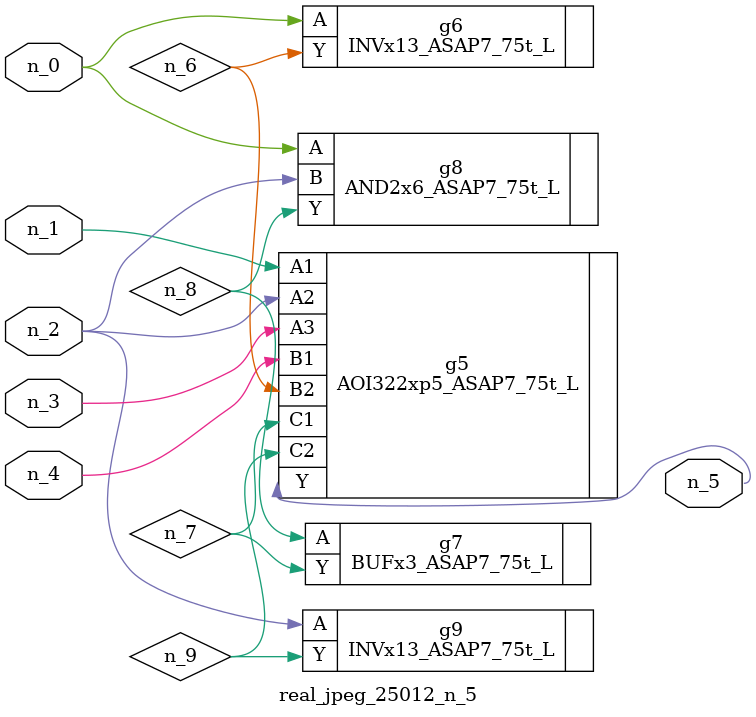
<source format=v>
module real_jpeg_25012_n_5 (n_4, n_0, n_1, n_2, n_3, n_5);

input n_4;
input n_0;
input n_1;
input n_2;
input n_3;

output n_5;

wire n_8;
wire n_6;
wire n_7;
wire n_9;

INVx13_ASAP7_75t_L g6 ( 
.A(n_0),
.Y(n_6)
);

AND2x6_ASAP7_75t_L g8 ( 
.A(n_0),
.B(n_2),
.Y(n_8)
);

AOI322xp5_ASAP7_75t_L g5 ( 
.A1(n_1),
.A2(n_2),
.A3(n_3),
.B1(n_4),
.B2(n_6),
.C1(n_7),
.C2(n_9),
.Y(n_5)
);

INVx13_ASAP7_75t_L g9 ( 
.A(n_2),
.Y(n_9)
);

BUFx3_ASAP7_75t_L g7 ( 
.A(n_8),
.Y(n_7)
);


endmodule
</source>
